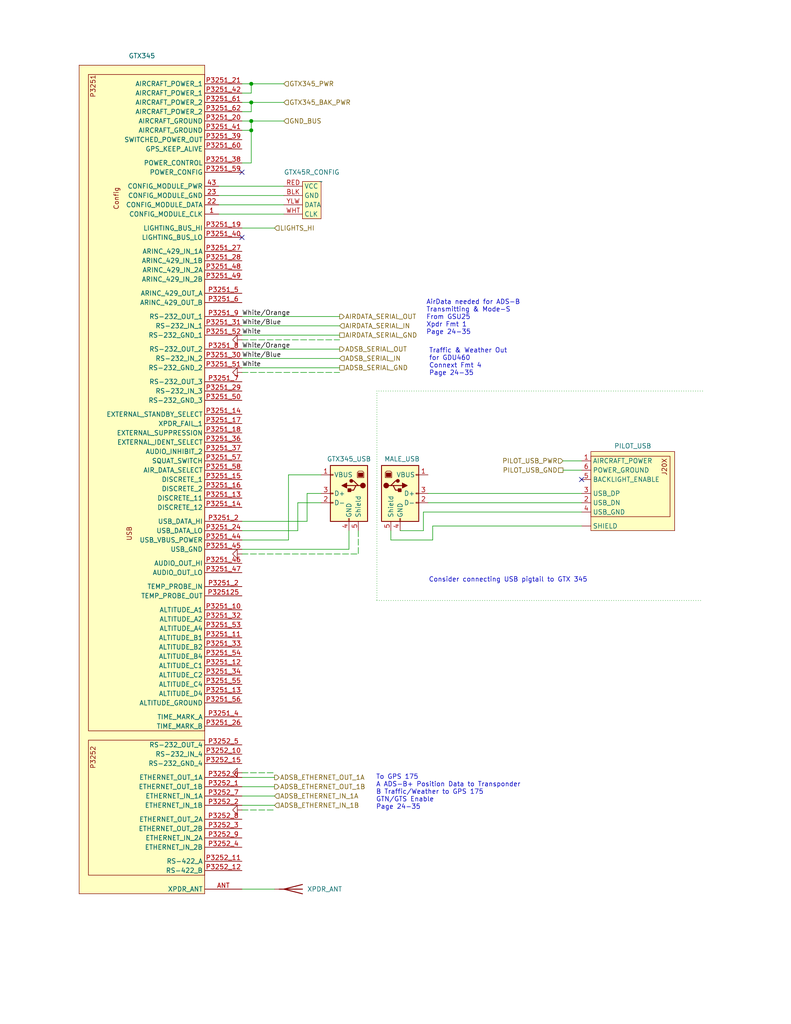
<source format=kicad_sch>
(kicad_sch (version 20250114) (generator "eeschema") (generator_version "9.0")
  (paper "USLetter" portrait)
  (title_block (title "Transponder") (date "2025-11-19") (rev "1.2.8") (company "N78HR"))
  (lib_symbols
    (symbol "Connector:USB_B" (pin_names (offset 1.016))
      (property "Reference" "J" (at -5.08 11.43 0))
      (property "Value" "USB_B" (at -5.08 8.89 0))
      (symbol "USB_B_0_1"
        (rectangle (start -5.08 -7.62) (end 5.08 7.62) (stroke (width 0.254)) (fill (type background)))
        (polyline (pts (xy -4.064 4.318) (xy -2.286 4.318) (xy -2.286 5.715) (xy -2.667 6.096) (xy -3.683 6.096) (xy -4.064 5.715) (xy -4.064 4.318)))
        (rectangle (start -3.81 5.588) (end -2.54 4.572) (fill (type outline)))
        (circle (center -3.81 2.159) (radius 0.635) (stroke (width 0.254)) (fill (type outline)))
        (polyline (pts (xy -3.175 2.159) (xy -2.54 2.159) (xy -1.27 3.429) (xy -0.635 3.429)) (stroke (width 0.254)))
        (polyline (pts (xy -2.54 2.159) (xy -1.905 2.159) (xy -1.27 0.889) (xy 0 0.889)) (stroke (width 0.254)))
        (polyline (pts (xy -1.905 2.159) (xy 0.635 2.159)) (stroke (width 0.254)))
        (circle (center -0.635 3.429) (radius 0.381) (stroke (width 0.254)) (fill (type outline)))
        (rectangle (start -0.127 -7.62) (end 0.127 -6.858))
        (rectangle (start 0.254 1.27) (end -0.508 0.508) (stroke (width 0.254)) (fill (type outline)))
        (polyline (pts (xy 0.635 2.794) (xy 0.635 1.524) (xy 1.905 2.159) (xy 0.635 2.794)) (stroke (width 0.254)) (fill (type outline)))
        (rectangle (start 5.08 4.953) (end 4.318 5.207))
        (rectangle (start 5.08 -0.127) (end 4.318 0.127))
        (rectangle (start 5.08 -2.667) (end 4.318 -2.413))
      )
      (symbol "USB_B_1_1"
        (pin passive line (at -2.54 -10.16 90) (length 2.54) (name "Shield") (number "5"))
        (pin power_out line (at 0 -10.16 90) (length 2.54) (name "GND") (number "4"))
        (pin power_out line (at 7.62 5.08 180) (length 2.54) (name "VBUS") (number "1"))
        (pin bidirectional line (at 7.62 0 180) (length 2.54) (name "D+") (number "3"))
        (pin bidirectional line (at 7.62 -2.54 180) (length 2.54) (name "D-") (number "2"))
      )
    )
    (symbol "Device:Antenna" (pin_numbers (hide yes)) (pin_names (offset 1.016) (hide yes))
      (property "Reference" "AE" (at -1.905 1.905 0))
      (property "Value" "Antenna" (at -1.905 0 0))
      (symbol "Antenna_0_1"
        (polyline (pts (xy 0 2.54) (xy 0 -3.81)) (stroke (width 0.254)))
        (polyline (pts (xy 1.27 2.54) (xy 0 -2.54) (xy -1.27 2.54)) (stroke (width 0.254)))
      )
      (symbol "Antenna_1_1"
        (pin input line (at 0 -5.08 90) (length 2.54) (name "A") (number "1"))
      )
    )
    (symbol "flyerx:Garmin_Config"
      (property "Reference" "CONFIG" (at 3.81 1.27 0))
      (symbol "Garmin_Config_1_1"
        (rectangle (start 0 0) (end 5.08 -10.16) (fill (type background)))
        (pin power_in line (at 10.16 -1.27 180) (length 5.08) (name "VCC") (number "RED"))
        (pin passive line (at 10.16 -3.81 180) (length 5.08) (name "GND") (number "BLK"))
        (pin bidirectional line (at 10.16 -6.35 180) (length 5.08) (name "DATA") (number "YLW"))
        (pin input line (at 10.16 -8.89 180) (length 5.08) (name "CLK") (number "WHT"))
      )
    )
    (symbol "flyerx:Garmin_GSB15"
      (property "Reference" "GSB" (at 3.81 1.27 0))
      (symbol "Garmin_GSB15_1_1"
        (rectangle (start 0 0) (end 22.86 -21.59) (fill (type background)))
        (rectangle (start 1.27 -1.27) (end 22.86 -17.78) (fill (type background)))
        (text "J20X" (at 2.794 -1.778 900) (effects (font (size 1.27 1.27)) (justify right)))
        (pin power_in line (at 25.4 -2.54 180) (length 2.54) (name "AIRCRAFT_POWER") (number "1"))
        (pin passive line (at 25.4 -5.08 180) (length 2.54) (name "POWER_GROUND") (number "6"))
        (pin input line (at 25.4 -7.62 180) (length 2.54) (name "BACKLIGHT_ENABLE") (number "5"))
        (pin bidirectional line (at 25.4 -11.43 180) (length 2.54) (name "USB_DP") (number "3"))
        (pin bidirectional line (at 25.4 -13.97 180) (length 2.54) (name "USB_DN") (number "2"))
        (pin passive line (at 25.4 -16.51 180) (length 2.54) (name "USB_GND") (number "4"))
        (pin passive line (at 25.4 -20.32 180) (length 2.54) (name "SHIELD") (number ""))
      )
    )
    (symbol "flyerx:Garmin_GTX45R"
      (property "Reference" "GTX" (at 3.81 1.27 0))
      (symbol "Garmin_GTX45R_1_1"
        (rectangle (start 0 0) (end 34.29 -226.06) (fill (type background)))
        (rectangle (start 2.54 -2.54) (end 34.29 -181.61) (fill (type background)))
        (rectangle (start 2.54 -184.15) (end 34.29 -220.98) (fill (type background)))
        (text "P3251" (at 3.81 -2.54 900) (effects (font (size 1.27 1.27)) (justify right)))
        (text "P3252" (at 3.81 -185.674 900) (effects (font (size 1.27 1.27)) (justify right)))
        (text "Config" (at 10.16 -36.322 900) (effects (font (size 1.27 1.27))))
        (text "USB" (at 13.716 -127.762 900) (effects (font (size 1.27 1.27))))
        (pin power_out line (at 38.1 -33.02 180) (length 3.81) (name "CONFIG_MODULE_PWR") (number "43"))
        (pin passive line (at 38.1 -35.56 180) (length 3.81) (name "CONFIG_MODULE_GND") (number "23"))
        (pin bidirectional line (at 38.1 -38.1 180) (length 3.81) (name "CONFIG_MODULE_DATA") (number "22"))
        (pin output line (at 38.1 -40.64 180) (length 3.81) (name "CONFIG_MODULE_CLK") (number "1"))
        (pin power_in line (at 44.45 -5.08 180) (length 10.16) (name "AIRCRAFT_POWER_1") (number "P3251_21"))
        (pin power_in line (at 44.45 -7.62 180) (length 10.16) (name "AIRCRAFT_POWER_1") (number "P3251_42"))
        (pin power_in line (at 44.45 -10.16 180) (length 10.16) (name "AIRCRAFT_POWER_2") (number "P3251_61"))
        (pin power_in line (at 44.45 -12.7 180) (length 10.16) (name "AIRCRAFT_POWER_2") (number "P3251_62"))
        (pin passive line (at 44.45 -15.24 180) (length 10.16) (name "AIRCRAFT_GROUND") (number "P3251_20"))
        (pin passive line (at 44.45 -17.78 180) (length 10.16) (name "AIRCRAFT_GROUND") (number "P3251_41"))
        (pin power_out line (at 44.45 -20.32 180) (length 10.16) (name "SWITCHED_POWER_OUT") (number "P3251_39"))
        (pin input line (at 44.45 -22.86 180) (length 10.16) (name "GPS_KEEP_ALIVE") (number "P3251_60"))
        (pin input line (at 44.45 -26.67 180) (length 10.16) (name "POWER_CONTROL") (number "P3251_38"))
        (pin input line (at 44.45 -29.21 180) (length 10.16) (name "POWER_CONFIG") (number "P3251_59"))
        (pin input line (at 44.45 -44.45 180) (length 10.16) (name "LIGHTING_BUS_HI") (number "P3251_19"))
        (pin passive line (at 44.45 -46.99 180) (length 10.16) (name "LIGHTING_BUS_LO") (number "P3251_40"))
        (pin input line (at 44.45 -50.8 180) (length 10.16) (name "ARINC_429_IN_1A") (number "P3251_27"))
        (pin input line (at 44.45 -53.34 180) (length 10.16) (name "ARINC_429_IN_1B") (number "P3251_28"))
        (pin input line (at 44.45 -55.88 180) (length 10.16) (name "ARINC_429_IN_2A") (number "P3251_48"))
        (pin input line (at 44.45 -58.42 180) (length 10.16) (name "ARINC_429_IN_2B") (number "P3251_49"))
        (pin output line (at 44.45 -62.23 180) (length 10.16) (name "ARINC_429_OUT_A") (number "P3251_5"))
        (pin output line (at 44.45 -64.77 180) (length 10.16) (name "ARINC_429_OUT_B") (number "P3251_6"))
        (pin output line (at 44.45 -68.58 180) (length 10.16) (name "RS-232_OUT_1") (number "P3251_9"))
        (pin input line (at 44.45 -71.12 180) (length 10.16) (name "RS-232_IN_1") (number "P3251_31"))
        (pin passive line (at 44.45 -73.66 180) (length 10.16) (name "RS-232_GND_1") (number "P3251_52"))
        (pin output line (at 44.45 -77.47 180) (length 10.16) (name "RS-232_OUT_2") (number "P3251_8"))
        (pin input line (at 44.45 -80.01 180) (length 10.16) (name "RS-232_IN_2") (number "P3251_30"))
        (pin passive line (at 44.45 -82.55 180) (length 10.16) (name "RS-232_GND_2") (number "P3251_51"))
        (pin output line (at 44.45 -86.36 180) (length 10.16) (name "RS-232_OUT_3") (number "P3251_7"))
        (pin input line (at 44.45 -88.9 180) (length 10.16) (name "RS-232_IN_3") (number "P3251_29"))
        (pin passive line (at 44.45 -91.44 180) (length 10.16) (name "RS-232_GND_3") (number "P3251_50"))
        (pin input line (at 44.45 -95.25 180) (length 10.16) (name "EXTERNAL_STANDBY_SELECT") (number "P3251_14"))
        (pin output line (at 44.45 -97.79 180) (length 10.16) (name "XPDR_FAIL_1") (number "P3251_17"))
        (pin bidirectional line (at 44.45 -100.33 180) (length 10.16) (name "EXTERNAL_SUPPRESSION") (number "P3251_18"))
        (pin input line (at 44.45 -102.87 180) (length 10.16) (name "EXTERNAL_IDENT_SELECT") (number "P3251_36"))
        (pin input line (at 44.45 -105.41 180) (length 10.16) (name "AUDIO_INHIBIT_2") (number "P3251_37"))
        (pin input line (at 44.45 -107.95 180) (length 10.16) (name "SQUAT_SWITCH") (number "P3251_57"))
        (pin input line (at 44.45 -110.49 180) (length 10.16) (name "AIR_DATA_SELECT") (number "P3251_58"))
        (pin bidirectional line (at 44.45 -113.03 180) (length 10.16) (name "DISCRETE_1") (number "P3251_15"))
        (pin bidirectional line (at 44.45 -115.57 180) (length 10.16) (name "DISCRETE_2") (number "P3251_16"))
        (pin bidirectional line (at 44.45 -118.11 180) (length 10.16) (name "DISCRETE_11") (number "P3251_13"))
        (pin bidirectional line (at 44.45 -120.65 180) (length 10.16) (name "DISCRETE_12") (number "P3251_14"))
        (pin bidirectional line (at 44.45 -124.46 180) (length 10.16) (name "USB_DATA_HI") (number "P3251_2"))
        (pin bidirectional line (at 44.45 -127 180) (length 10.16) (name "USB_DATA_LO") (number "P3251_24"))
        (pin power_in line (at 44.45 -129.54 180) (length 10.16) (name "USB_VBUS_POWER") (number "P3251_44"))
        (pin passive line (at 44.45 -132.08 180) (length 10.16) (name "USB_GND") (number "P3251_45"))
        (pin output line (at 44.45 -135.89 180) (length 10.16) (name "AUDIO_OUT_HI") (number "P3251_46"))
        (pin passive line (at 44.45 -138.43 180) (length 10.16) (name "AUDIO_OUT_LO") (number "P3251_47"))
        (pin input line (at 44.45 -142.24 180) (length 10.16) (name "TEMP_PROBE_IN") (number "P3251_2"))
        (pin output line (at 44.45 -144.78 180) (length 10.16) (name "TEMP_PROBE_OUT") (number "P325125"))
        (pin input line (at 44.45 -148.59 180) (length 10.16) (name "ALTITUDE_A1") (number "P3251_10"))
        (pin input line (at 44.45 -151.13 180) (length 10.16) (name "ALTITUDE_A2") (number "P3251_32"))
        (pin input line (at 44.45 -153.67 180) (length 10.16) (name "ALTITUDE_A4") (number "P3251_53"))
        (pin input line (at 44.45 -156.21 180) (length 10.16) (name "ALTITUDE_B1") (number "P3251_11"))
        (pin input line (at 44.45 -158.75 180) (length 10.16) (name "ALTITUDE_B2") (number "P3251_33"))
        (pin input line (at 44.45 -161.29 180) (length 10.16) (name "ALTITUDE_B4") (number "P3251_54"))
        (pin input line (at 44.45 -163.83 180) (length 10.16) (name "ALTITUDE_C1") (number "P3251_12"))
        (pin input line (at 44.45 -166.37 180) (length 10.16) (name "ALTITUDE_C2") (number "P3251_34"))
        (pin input line (at 44.45 -168.91 180) (length 10.16) (name "ALTITUDE_C4") (number "P3251_55"))
        (pin input line (at 44.45 -171.45 180) (length 10.16) (name "ALTITUDE_D4") (number "P3251_13"))
        (pin passive line (at 44.45 -173.99 180) (length 10.16) (name "ALTITUDE_GROUND") (number "P3251_56"))
        (pin output line (at 44.45 -177.8 180) (length 10.16) (name "TIME_MARK_A") (number "P3251_4"))
        (pin output line (at 44.45 -180.34 180) (length 10.16) (name "TIME_MARK_B") (number "P3251_26"))
        (pin output line (at 44.45 -185.42 180) (length 10.16) (name "RS-232_OUT_4") (number "P3252_5"))
        (pin input line (at 44.45 -187.96 180) (length 10.16) (name "RS-232_IN_4") (number "P3252_10"))
        (pin passive line (at 44.45 -190.5 180) (length 10.16) (name "RS-232_GND_4") (number "P3252_15"))
        (pin output line (at 44.45 -194.31 180) (length 10.16) (name "ETHERNET_OUT_1A") (number "P3252_6"))
        (pin output line (at 44.45 -196.85 180) (length 10.16) (name "ETHERNET_OUT_1B") (number "P3252_1"))
        (pin input line (at 44.45 -199.39 180) (length 10.16) (name "ETHERNET_IN_1A") (number "P3252_7"))
        (pin input line (at 44.45 -201.93 180) (length 10.16) (name "ETHERNET_IN_1B") (number "P3252_2"))
        (pin output line (at 44.45 -205.74 180) (length 10.16) (name "ETHERNET_OUT_2A") (number "P3252_8"))
        (pin output line (at 44.45 -208.28 180) (length 10.16) (name "ETHERNET_OUT_2B") (number "P3252_3"))
        (pin input line (at 44.45 -210.82 180) (length 10.16) (name "ETHERNET_IN_2A") (number "P3252_9"))
        (pin input line (at 44.45 -213.36 180) (length 10.16) (name "ETHERNET_IN_2B") (number "P3252_4"))
        (pin output line (at 44.45 -217.17 180) (length 10.16) (name "RS-422_A") (number "P3252_11"))
        (pin output line (at 44.45 -219.71 180) (length 10.16) (name "RS-422_B") (number "P3252_12"))
        (pin input line (at 44.45 -224.79 180) (length 10.16) (name "XPDR_ANT") (number "ANT"))
      )
    )
    (symbol "power:GNDS" (power) (pin_numbers (hide yes)) (pin_names (offset 0) (hide yes))
      (property "Value" "GNDS" (at 0 -3.81 0))
      (symbol "GNDS_0_1"
        (polyline (pts (xy 0 0) (xy 0 -1.27) (xy 1.27 -1.27) (xy 0 -2.54) (xy -1.27 -1.27) (xy 0 -1.27)))
      )
      (symbol "GNDS_1_1"
        (pin power_in line (at 0 0 270) (length 0) (name "~") (number "1"))
      )
    )
  )
  (text "Consider connecting USB pigtail to GTX 345" (at 138.684 158.242 0) (effects (font (size 1.27 1.27))))
  (text "Traffic & Weather Out\nfor GDU460\nConnext Fmt 4\nPage 24-35" (at 117.094 102.616 0) (effects (font (size 1.27 1.27)) (justify left bottom)))
  (text "To GPS 175\nA ADS-B+ Position Data to Transponder\nB Traffic/Weather to GPS 175\nGTN/GTS Enable\nPage 24-35" (at 102.616 220.98 0) (effects (font (size 1.27 1.27)) (justify left bottom)))
  (text "AirData needed for ADS-B\nTransmitting & Mode-S\nFrom GSU25\nXpdr Fmt 1\nPage 24-35" (at 116.332 91.44 0) (effects (font (size 1.27 1.27)) (justify left bottom)))
  (junction (at 68.58 22.86))
  (junction (at 68.58 27.94))
  (junction (at 68.58 33.02))
  (junction (at 68.58 35.56))
  (no_connect (at 66.04 46.99))
  (no_connect (at 158.75 130.81))
  (no_connect (at 66.04 64.77))
  (wire (pts (xy 66.04 101.6) (xy 92.71 101.6)) (stroke (width 0) (type dash)))
  (wire (pts (xy 97.79 144.78) (xy 97.79 151.13)) (stroke (width 0) (type dash)))
  (wire (pts (xy 59.69 53.34) (xy 77.47 53.34)))
  (wire (pts (xy 66.04 217.17) (xy 74.93 217.17)))
  (wire (pts (xy 66.04 95.25) (xy 92.71 95.25)))
  (wire (pts (xy 116.84 137.16) (xy 158.75 137.16)))
  (wire (pts (xy 68.58 33.02) (xy 77.47 33.02)))
  (wire (pts (xy 66.04 220.98) (xy 74.93 220.98)) (stroke (width 0) (type dash)))
  (wire (pts (xy 59.69 55.88) (xy 77.47 55.88)))
  (wire (pts (xy 153.67 128.27) (xy 158.75 128.27)))
  (wire (pts (xy 81.28 137.16) (xy 87.63 137.16)))
  (wire (pts (xy 66.04 212.09) (xy 74.93 212.09)))
  (wire (pts (xy 66.04 22.86) (xy 68.58 22.86)))
  (wire (pts (xy 102.87 106.68) (xy 102.87 163.83)) (stroke (width 0) (type dot)))
  (wire (pts (xy 95.25 149.86) (xy 95.25 144.78)))
  (wire (pts (xy 66.04 144.78) (xy 81.28 144.78)))
  (wire (pts (xy 115.57 139.7) (xy 158.75 139.7)))
  (wire (pts (xy 66.04 149.86) (xy 95.25 149.86)))
  (wire (pts (xy 78.74 147.32) (xy 78.74 129.54)))
  (wire (pts (xy 83.82 134.62) (xy 87.63 134.62)))
  (wire (pts (xy 66.04 30.48) (xy 68.58 30.48)))
  (wire (pts (xy 66.04 35.56) (xy 68.58 35.56)))
  (wire (pts (xy 66.04 62.23) (xy 74.93 62.23)))
  (wire (pts (xy 191.77 106.68) (xy 102.87 106.68)) (stroke (width 0) (type dot)))
  (wire (pts (xy 102.87 163.83) (xy 191.77 163.83)) (stroke (width 0) (type dot)))
  (wire (pts (xy 153.67 125.73) (xy 158.75 125.73)))
  (wire (pts (xy 59.69 58.42) (xy 77.47 58.42)))
  (wire (pts (xy 83.82 134.62) (xy 83.82 142.24)))
  (wire (pts (xy 68.58 25.4) (xy 68.58 22.86)))
  (wire (pts (xy 66.04 151.13) (xy 97.79 151.13)) (stroke (width 0) (type dash)))
  (wire (pts (xy 106.68 147.32) (xy 118.11 147.32)))
  (wire (pts (xy 68.58 35.56) (xy 68.58 33.02)))
  (wire (pts (xy 66.04 33.02) (xy 68.58 33.02)))
  (wire (pts (xy 66.04 100.33) (xy 92.71 100.33)))
  (wire (pts (xy 66.04 242.57) (xy 74.93 242.57)))
  (wire (pts (xy 68.58 30.48) (xy 68.58 27.94)))
  (wire (pts (xy 66.04 97.79) (xy 92.71 97.79)))
  (wire (pts (xy 81.28 137.16) (xy 81.28 144.78)))
  (wire (pts (xy 78.74 129.54) (xy 87.63 129.54)))
  (wire (pts (xy 115.57 144.78) (xy 115.57 139.7)))
  (wire (pts (xy 66.04 219.71) (xy 74.93 219.71)))
  (wire (pts (xy 118.11 147.32) (xy 118.11 143.51)))
  (wire (pts (xy 118.11 143.51) (xy 158.75 143.51)))
  (wire (pts (xy 66.04 210.82) (xy 74.93 210.82)) (stroke (width 0) (type dash)))
  (wire (pts (xy 66.04 142.24) (xy 83.82 142.24)))
  (wire (pts (xy 66.04 25.4) (xy 68.58 25.4)))
  (wire (pts (xy 109.22 144.78) (xy 115.57 144.78)))
  (wire (pts (xy 66.04 147.32) (xy 78.74 147.32)))
  (wire (pts (xy 59.69 50.8) (xy 77.47 50.8)))
  (wire (pts (xy 66.04 86.36) (xy 92.71 86.36)))
  (wire (pts (xy 66.04 44.45) (xy 68.58 44.45)))
  (wire (pts (xy 68.58 44.45) (xy 68.58 35.56)))
  (wire (pts (xy 68.58 27.94) (xy 77.47 27.94)))
  (wire (pts (xy 66.04 88.9) (xy 92.71 88.9)))
  (wire (pts (xy 66.04 92.71) (xy 92.71 92.71)) (stroke (width 0) (type dash)))
  (wire (pts (xy 66.04 91.44) (xy 92.71 91.44)))
  (wire (pts (xy 116.84 134.62) (xy 158.75 134.62)))
  (wire (pts (xy 106.68 144.78) (xy 106.68 147.32)))
  (wire (pts (xy 66.04 214.63) (xy 74.93 214.63)))
  (wire (pts (xy 66.04 27.94) (xy 68.58 27.94)))
  (wire (pts (xy 68.58 22.86) (xy 77.47 22.86)))
  (label "White{slash}Blue" (at 66.04 88.9 0))
  (label "White{slash}Orange" (at 66.04 95.25 0))
  (label "White" (at 66.04 91.44 0))
  (label "White{slash}Blue" (at 66.04 97.79 0))
  (label "White" (at 66.04 100.33 0))
  (label "White{slash}Orange" (at 66.04 86.36 0))
  (hierarchical_label "LIGHTS_HI" (shape input) (at 74.93 62.23 0))
  (hierarchical_label "ADSB_ETHERNET_OUT_1B" (shape output) (at 74.93 214.63 0))
  (hierarchical_label "AIRDATA_SERIAL_OUT" (shape output) (at 92.71 86.36 0))
  (hierarchical_label "PILOT_USB_PWR" (shape input) (at 153.67 125.73 180))
  (hierarchical_label "ADSB_SERIAL_OUT" (shape output) (at 92.71 95.25 0))
  (hierarchical_label "ADSB_ETHERNET_IN_1B" (shape input) (at 74.93 219.71 0))
  (hierarchical_label "GND_BUS" (shape input) (at 77.47 33.02 0))
  (hierarchical_label "ADSB_SERIAL_IN" (shape input) (at 92.71 97.79 0))
  (hierarchical_label "AIRDATA_SERIAL_IN" (shape input) (at 92.71 88.9 0))
  (hierarchical_label "AIRDATA_SERIAL_GND" (shape passive) (at 92.71 91.44 0))
  (hierarchical_label "PILOT_USB_GND" (shape passive) (at 153.67 128.27 180))
  (hierarchical_label "GTX345_PWR" (shape input) (at 77.47 22.86 0))
  (hierarchical_label "ADSB_SERIAL_GND" (shape passive) (at 92.71 100.33 0))
  (hierarchical_label "ADSB_ETHERNET_IN_1A" (shape input) (at 74.93 217.17 0))
  (hierarchical_label "GTX345_BAK_PWR" (shape input) (at 77.47 27.94 0))
  (hierarchical_label "ADSB_ETHERNET_OUT_1A" (shape output) (at 74.93 212.09 0))
  (symbol (lib_id "Connector:USB_B") (at 109.22 134.62 0) (unit 1)
    (property "Reference" "MALE_USB" (at 109.728 125.222 0))
    (property "Value" "USB_B" (effects (hide yes)))
    (property "Description" "USB Type B connector" (effects (hide yes)))
  )
  (symbol (lib_id "Device:Antenna") (at 80.01 242.57 270) (unit 1)
    (property "Reference" "XPDR_ANT" (at 83.82 242.57 90) (effects (justify left)))
    (property "Value" "Antenna" (effects (hide yes)))
  )
  (symbol (lib_id "power:GNDS") (at 66.04 151.13 270) (unit 1)
    (property "Reference" "#PWR017" (effects (hide yes)))
    (property "Value" "GNDS" (effects (hide yes)))
    (property "Description" "Power symbol creates a global label with name \"GNDS\" , signal ground" (effects (hide yes)))
  )
  (symbol (lib_id "Connector:USB_B") (at 95.25 134.62 0) (mirror y) (unit 1)
    (property "Reference" "GTX345_USB" (at 95.25 125.222 0))
    (property "Value" "USB_B" (effects (hide yes)))
    (property "Description" "USB Type B connector" (effects (hide yes)))
  )
  (symbol (lib_id "power:GNDS") (at 66.04 210.82 270) (unit 1)
    (property "Reference" "#PWR047" (effects (hide yes)))
    (property "Value" "GNDS" (effects (hide yes)))
    (property "Description" "Power symbol creates a global label with name \"GNDS\" , signal ground" (effects (hide yes)))
  )
  (symbol (lib_id "flyerx:Garmin_GSB15") (at 184.15 123.19 0) (mirror y) (unit 1)
    (property "Reference" "PILOT_USB" (at 172.72 121.666 0))
  )
  (symbol (lib_id "power:GNDS") (at 66.04 220.98 270) (unit 1)
    (property "Reference" "#PWR048" (effects (hide yes)))
    (property "Value" "GNDS" (effects (hide yes)))
    (property "Description" "Power symbol creates a global label with name \"GNDS\" , signal ground" (effects (hide yes)))
  )
  (symbol (lib_id "flyerx:Garmin_Config") (at 87.63 49.53 0) (mirror y) (unit 1)
    (property "Reference" "GTX45R_CONFIG" (at 85.09 46.99 0))
    (property "Value" "~" (at 87.63 49.53 0))
  )
  (symbol (lib_id "power:GNDS") (at 66.04 101.6 270) (unit 1)
    (property "Reference" "#PWR045" (effects (hide yes)))
    (property "Value" "GNDS" (effects (hide yes)))
    (property "Description" "Power symbol creates a global label with name \"GNDS\" , signal ground" (effects (hide yes)))
  )
  (symbol (lib_id "flyerx:Garmin_GTX45R") (at 21.59 17.78 0) (unit 1)
    (property "Reference" "GTX345" (at 38.735 15.24 0))
  )
  (symbol (lib_id "power:GNDS") (at 66.04 92.71 270) (unit 1)
    (property "Reference" "#PWR046" (effects (hide yes)))
    (property "Value" "GNDS" (effects (hide yes)))
    (property "Description" "Power symbol creates a global label with name \"GNDS\" , signal ground" (effects (hide yes)))
  )
)
</source>
